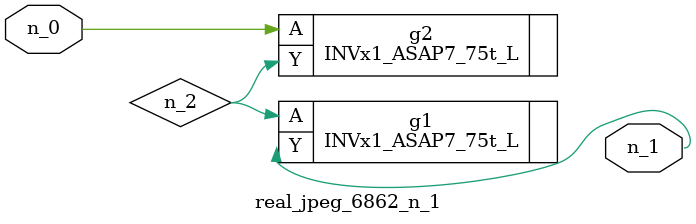
<source format=v>
module real_jpeg_6862_n_1 (n_0, n_1);

input n_0;

output n_1;

wire n_2;

INVx1_ASAP7_75t_L g2 ( 
.A(n_0),
.Y(n_2)
);

INVx1_ASAP7_75t_L g1 ( 
.A(n_2),
.Y(n_1)
);


endmodule
</source>
